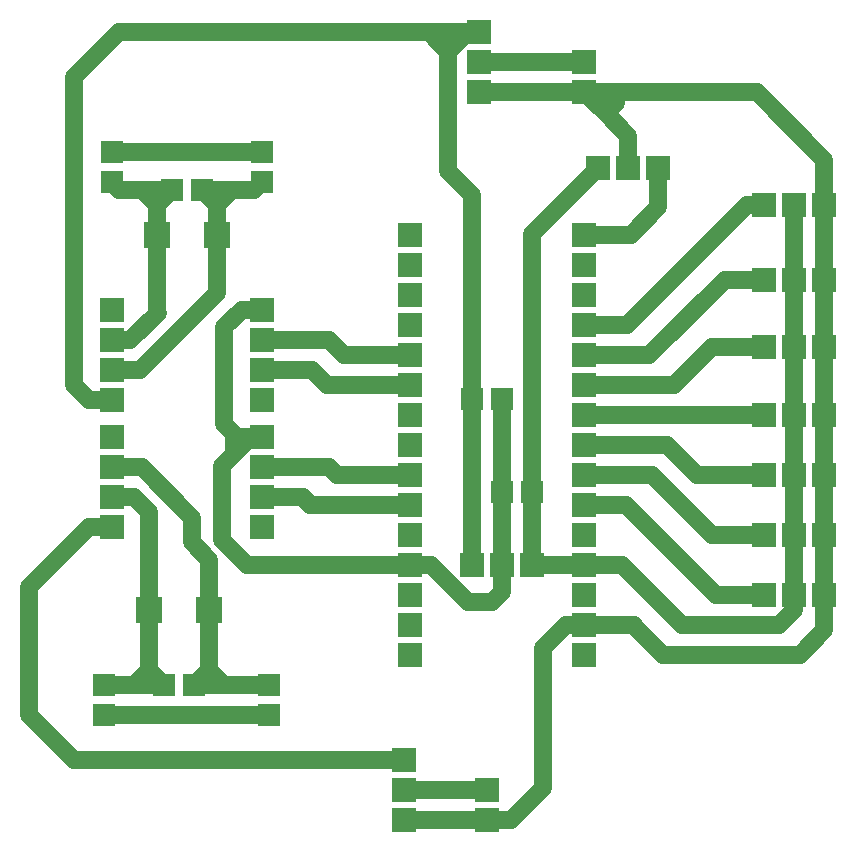
<source format=gbr>
G04 PROTEUS RS274X GERBER FILE*
%FSLAX45Y45*%
%MOMM*%
G01*
%ADD10C,1.524000*%
%ADD11R,2.032000X2.032000*%
%ADD12R,2.286000X2.286000*%
%ADD13R,1.905000X1.905000*%
D10*
X+7161500Y+5001000D02*
X+7161500Y+4429500D01*
X+7161500Y+3858000D01*
X+7161500Y+3350000D01*
X+7161500Y+2842000D01*
X+6907500Y+5001000D02*
X+6907500Y+4429500D01*
X+6907500Y+3858000D01*
X+6907500Y+3350000D01*
X+6907500Y+2842000D01*
X+6653500Y+3858000D02*
X+5129500Y+3858000D01*
X+6653500Y+4429500D02*
X+6209000Y+4429500D01*
X+5891500Y+4112000D01*
X+5129500Y+4112000D01*
X+6653500Y+3350000D02*
X+6082000Y+3350000D01*
X+5828000Y+3604000D01*
X+5129500Y+3604000D01*
X+6653500Y+5001000D02*
X+6317185Y+5001000D01*
X+5679833Y+4363648D01*
X+5131852Y+4363648D01*
X+5129500Y+4366000D01*
X+6653500Y+2842000D02*
X+6209000Y+2842000D01*
X+5701000Y+3350000D01*
X+5129500Y+3350000D01*
X+3656300Y+4366000D02*
X+3097500Y+4366000D01*
X+2970500Y+4493000D01*
X+2399000Y+4493000D01*
X+3656300Y+4112000D02*
X+2954037Y+4112000D01*
X+2826254Y+4239783D01*
X+2399783Y+4239783D01*
X+2399000Y+4239000D01*
X+3656300Y+3350000D02*
X+3034000Y+3350000D01*
X+2970500Y+3413500D01*
X+2399000Y+3413500D01*
X+3656300Y+3096000D02*
X+2809791Y+3096000D01*
X+2744723Y+3161068D01*
X+2400568Y+3161068D01*
X+2399000Y+3159500D01*
X+5129500Y+6588500D02*
X+4240500Y+6588500D01*
X+5129500Y+6842500D02*
X+4240500Y+6842500D01*
X+2161998Y+3523502D02*
X+2161998Y+3523503D01*
X+2161998Y+3691853D01*
X+2161998Y+3691854D01*
X+2133926Y+3719926D01*
X+2399000Y+4747000D02*
X+2227314Y+4747000D01*
X+2076796Y+4596482D01*
X+2076796Y+3777055D01*
X+2133926Y+3719926D01*
X+2161998Y+3691854D01*
X+2161998Y+3691853D01*
X+2185859Y+3667992D01*
X+2398508Y+3667992D01*
X+2399000Y+3667500D01*
X+2305995Y+3667500D01*
X+2161998Y+3523503D01*
X+5129500Y+2080000D02*
X+4975099Y+2080000D01*
X+4779512Y+1884413D01*
X+4779512Y+696455D01*
X+4510417Y+427360D01*
X+4305640Y+427360D01*
X+4304000Y+429000D01*
X+3605500Y+429000D01*
X+4304000Y+683000D02*
X+3605500Y+683000D01*
X+3605500Y+937000D02*
X+811501Y+937000D01*
X+430500Y+1318001D01*
X+430500Y+2397500D01*
X+938500Y+2905500D01*
X+1129000Y+2905500D01*
X+2462500Y+1318000D02*
X+1065500Y+1318000D01*
X+1954500Y+2207000D02*
X+1954500Y+2631578D01*
X+1808076Y+2778002D01*
X+1808076Y+2987178D01*
X+1381754Y+3413500D01*
X+1129000Y+3413500D01*
X+1129000Y+3159500D02*
X+1319500Y+3159500D01*
X+1446500Y+3032500D01*
X+1446500Y+2207000D01*
X+1510000Y+5382000D02*
X+1510000Y+4728604D01*
X+1515342Y+4723262D01*
X+1285080Y+4493000D01*
X+1129000Y+4493000D01*
X+2018000Y+5382000D02*
X+2018000Y+4888836D01*
X+1672015Y+4542851D01*
X+1368164Y+4239000D01*
X+1129000Y+4239000D01*
X+2399000Y+6080500D02*
X+1129000Y+6080500D01*
X+3654439Y+2586139D02*
X+3656300Y+2588000D01*
X+2161998Y+3523502D02*
X+2058726Y+3420231D01*
X+2058726Y+2801274D01*
X+2273861Y+2586139D01*
X+3654439Y+2586139D01*
X+7161500Y+5636000D02*
X+7161500Y+5001000D01*
X+6907500Y+5636000D02*
X+6907500Y+5001000D01*
X+6653500Y+5636000D02*
X+6507662Y+5636000D01*
X+5489334Y+4617672D01*
X+5131828Y+4617672D01*
X+5129500Y+4620000D01*
X+7161500Y+2842000D02*
X+7161500Y+2334000D01*
X+6907500Y+2842000D02*
X+6907500Y+2334000D01*
X+6653500Y+2334000D02*
X+6245584Y+2334000D01*
X+5482017Y+3097567D01*
X+5131067Y+3097567D01*
X+5129500Y+3096000D01*
X+7161500Y+2334000D02*
X+7161500Y+2033225D01*
X+6954275Y+1826000D01*
X+5797164Y+1826000D01*
X+5549959Y+2073205D01*
X+5549959Y+2078432D01*
X+5131068Y+2078432D01*
X+5129500Y+2080000D01*
X+6907500Y+2334000D02*
X+6907500Y+2207000D01*
X+6780500Y+2080000D01*
X+5955000Y+2080000D01*
X+5447000Y+2588000D01*
X+5129500Y+2588000D01*
X+4431000Y+2588000D02*
X+4431000Y+2358395D01*
X+4343105Y+2270500D01*
X+4146028Y+2270500D01*
X+3828528Y+2588000D01*
X+3656300Y+2588000D01*
X+4240500Y+7096500D02*
X+4145406Y+7096500D01*
X+3978680Y+6929774D02*
X+3811954Y+7096500D01*
X+3811907Y+7096500D01*
X+4145406Y+7096500D02*
X+3978680Y+6929774D01*
X+4145406Y+7096500D02*
X+3811954Y+7096500D01*
X+3811907Y+7096500D02*
X+1192500Y+7096500D01*
X+811500Y+6715500D01*
X+811500Y+4111999D01*
X+938499Y+3985000D01*
X+1129000Y+3985000D01*
X+2018000Y+5636000D02*
X+2145000Y+5763000D01*
X+1891000Y+5763000D02*
X+2018000Y+5636000D01*
X+2018000Y+5382000D01*
X+2399000Y+5826500D02*
X+2335500Y+5763000D01*
X+2145000Y+5763000D01*
X+1891000Y+5763000D01*
X+1510000Y+5636000D02*
X+1383000Y+5763000D01*
X+1637000Y+5763000D02*
X+1510000Y+5636000D01*
X+1510000Y+5382000D01*
X+1637000Y+5763000D02*
X+1383000Y+5763000D01*
X+1192500Y+5763000D01*
X+1129000Y+5826500D01*
X+1954500Y+1699000D02*
X+2081500Y+1572000D01*
X+1954500Y+2207000D02*
X+1954500Y+1699000D01*
X+1827500Y+1572000D01*
X+2462500Y+1572000D02*
X+2081500Y+1572000D01*
X+1827500Y+1572000D01*
X+1446500Y+1699000D02*
X+1343857Y+1596357D01*
X+1343857Y+1572000D01*
X+1446500Y+2207000D02*
X+1446500Y+1699000D01*
X+1573500Y+1572000D01*
X+1343857Y+1572000D01*
X+1065500Y+1572000D01*
X+5400000Y+6588500D02*
X+5400000Y+6500000D01*
X+5309000Y+6409000D01*
X+7161500Y+5636000D02*
X+7161500Y+6017000D01*
X+6590000Y+6588500D01*
X+5400000Y+6588500D01*
X+5129500Y+6588500D01*
X+5500000Y+5950000D02*
X+5500000Y+6218000D01*
X+5309000Y+6409000D01*
X+5129500Y+6588500D01*
X+5754000Y+5950000D02*
X+5754000Y+5615333D01*
X+5521833Y+5383166D01*
X+5130666Y+5383166D01*
X+5129500Y+5382000D01*
X+5129500Y+2588000D02*
X+4685000Y+2588000D01*
X+4685000Y+3199000D01*
X+4684000Y+3200000D01*
X+4430000Y+3200000D02*
X+4430000Y+2589000D01*
X+4431000Y+2588000D01*
X+4180000Y+3990000D02*
X+4180000Y+2591000D01*
X+4177000Y+2588000D01*
X+4434000Y+3990000D02*
X+4434000Y+3204000D01*
X+4430000Y+3200000D01*
X+4180000Y+3990000D02*
X+4180000Y+5718634D01*
X+3977549Y+5921085D01*
X+3977549Y+6928643D01*
X+3978680Y+6929774D01*
X+5246000Y+5950000D02*
X+4684000Y+5388000D01*
X+4684000Y+3200000D01*
D11*
X+7161500Y+5001000D03*
X+6907500Y+5001000D03*
X+6653500Y+5001000D03*
X+7161500Y+4429500D03*
X+6907500Y+4429500D03*
X+6653500Y+4429500D03*
X+7161500Y+3858000D03*
X+6907500Y+3858000D03*
X+6653500Y+3858000D03*
X+7161500Y+3350000D03*
X+6907500Y+3350000D03*
X+6653500Y+3350000D03*
X+7161500Y+2842000D03*
X+6907500Y+2842000D03*
X+6653500Y+2842000D03*
X+5129500Y+5128000D03*
X+5129500Y+2588000D03*
X+5129500Y+4620000D03*
X+5129500Y+4366000D03*
X+5129500Y+4112000D03*
X+5129500Y+3858000D03*
X+5129500Y+3604000D03*
X+5129500Y+3350000D03*
X+5129500Y+3096000D03*
X+5129500Y+2842000D03*
X+3656300Y+2842000D03*
X+3656300Y+3096000D03*
X+3656300Y+3350000D03*
X+3656300Y+3604000D03*
X+3656300Y+3858000D03*
X+3656300Y+4112000D03*
X+3656300Y+4366000D03*
X+3656300Y+4620000D03*
X+3656300Y+4874000D03*
X+3656300Y+5128000D03*
X+3656300Y+5382000D03*
X+5129500Y+5382000D03*
X+3656300Y+2588000D03*
X+5129500Y+2080000D03*
X+5129500Y+4874000D03*
X+3656300Y+2334000D03*
X+5129500Y+2334000D03*
X+3656300Y+2080000D03*
X+3656300Y+1826000D03*
X+5129500Y+1826000D03*
X+5129500Y+6588500D03*
X+5129500Y+6842500D03*
X+4304000Y+429000D03*
X+4304000Y+683000D03*
X+3605500Y+429000D03*
X+3605500Y+683000D03*
X+3605500Y+937000D03*
X+4240500Y+6588500D03*
X+4240500Y+6842500D03*
X+4240500Y+7096500D03*
X+2399000Y+3667500D03*
X+1129000Y+3667500D03*
X+2399000Y+2905500D03*
X+2399000Y+3159500D03*
X+2399000Y+3413500D03*
X+1129000Y+3159500D03*
X+1129000Y+3413500D03*
X+1129000Y+2905500D03*
X+2399000Y+4747000D03*
X+1129000Y+4747000D03*
X+2399000Y+3985000D03*
X+2399000Y+4239000D03*
X+2399000Y+4493000D03*
X+1129000Y+4239000D03*
X+1129000Y+4493000D03*
X+1129000Y+3985000D03*
D12*
X+1446500Y+2207000D03*
X+1954500Y+2207000D03*
D13*
X+1065500Y+1572000D03*
X+1065500Y+1318000D03*
X+2462500Y+1572000D03*
X+2462500Y+1318000D03*
X+1827500Y+1572000D03*
X+1573500Y+1572000D03*
D12*
X+1510000Y+5382000D03*
X+2018000Y+5382000D03*
D13*
X+1129000Y+6080500D03*
X+1129000Y+5826500D03*
X+2399000Y+6080500D03*
X+2399000Y+5826500D03*
X+1637000Y+5763000D03*
X+1891000Y+5763000D03*
X+4180000Y+3990000D03*
X+4434000Y+3990000D03*
X+4684000Y+3200000D03*
X+4430000Y+3200000D03*
D11*
X+4177000Y+2588000D03*
X+4431000Y+2588000D03*
X+4685000Y+2588000D03*
X+6653500Y+5636000D03*
X+6907500Y+5636000D03*
X+7161500Y+5636000D03*
X+6653500Y+2334000D03*
X+6907500Y+2334000D03*
X+7161500Y+2334000D03*
X+5500000Y+5950000D03*
X+5754000Y+5950000D03*
X+5246000Y+5950000D03*
M02*

</source>
